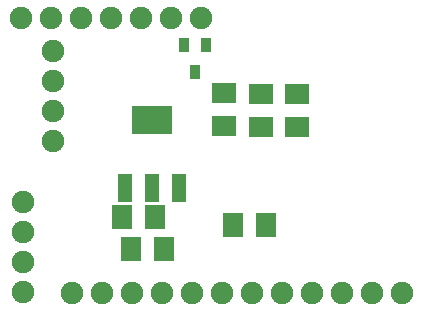
<source format=gbr>
G04 DipTrace 3.3.1.3*
G04 TopMask.gbr*
%MOMM*%
G04 #@! TF.FileFunction,Soldermask,Top*
G04 #@! TF.Part,Single*
%ADD34R,3.45X2.35*%
%ADD36R,1.15X2.35*%
%ADD38R,2.0X1.8*%
%ADD40R,0.85X1.25*%
%ADD44C,1.9*%
%ADD50R,1.8X2.0*%
%FSLAX35Y35*%
G04*
G71*
G90*
G75*
G01*
G04 TopMask*
%LPD*%
D50*
X1315460Y773797D3*
X1035460D3*
X1394890Y502473D3*
X1114890D3*
D44*
X614723Y128583D3*
X868723D3*
X1122723D3*
X1376723D3*
X1630723D3*
X1884723D3*
X2138723D3*
X2392723D3*
X2646723D3*
X2900723D3*
X3154723D3*
X3408723D3*
X456363Y1421417D3*
Y1675417D3*
Y1929417D3*
Y2183417D3*
X197830Y142050D3*
X197807Y396050D3*
Y650050D3*
Y904050D3*
D40*
X1750690Y2234323D3*
X1560690D3*
X1655690Y2004323D3*
D38*
X2211313Y1816813D3*
Y1536813D3*
X1904560Y1825140D3*
Y1545140D3*
D50*
X1975877Y703467D3*
X2255877D3*
D36*
X1061363Y1018147D3*
X1291363D3*
X1521363D3*
D34*
X1291363Y1598147D3*
D38*
X2517603Y1535103D3*
Y1815103D3*
D44*
X1708960Y2459610D3*
X1454960D3*
X1200960D3*
X946960D3*
X692960D3*
X438960D3*
X184960D3*
M02*

</source>
